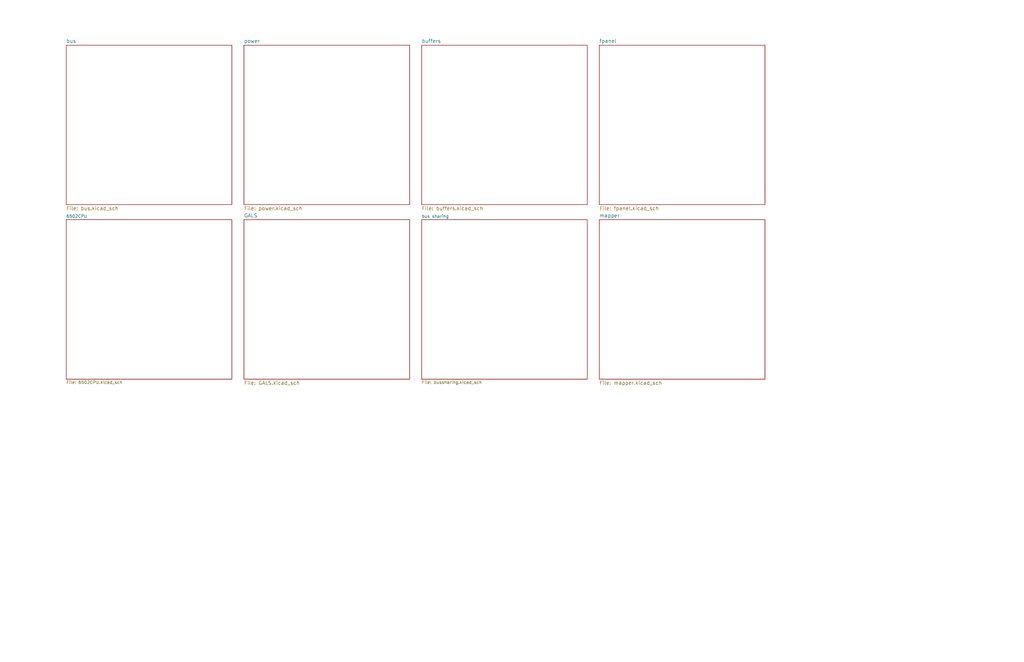
<source format=kicad_sch>
(kicad_sch (version 20211123) (generator eeschema)

  (uuid 18cdbc1e-88fb-4fa4-ad3d-e978304be174)

  (paper "B")

  (title_block
    (title "Duodyne 6502 CPU board")
    (date "2025-04-12")
    (rev "V0.8")
  )

  (lib_symbols
  )


  (sheet (at 102.87 92.71) (size 69.85 67.31) (fields_autoplaced)
    (stroke (width 0) (type solid) (color 0 0 0 0))
    (fill (color 0 0 0 0.0000))
    (uuid 00000000-0000-0000-0000-0000640c66b9)
    (property "Sheet name" "GALS" (id 0) (at 102.87 91.8714 0)
      (effects (font (size 1.524 1.524)) (justify left bottom))
    )
    (property "Sheet file" "GALS.kicad_sch" (id 1) (at 102.87 160.7062 0)
      (effects (font (size 1.524 1.524)) (justify left top))
    )
  )

  (sheet (at 252.73 92.71) (size 69.85 67.31) (fields_autoplaced)
    (stroke (width 0) (type solid) (color 0 0 0 0))
    (fill (color 0 0 0 0.0000))
    (uuid 00000000-0000-0000-0000-000064122c47)
    (property "Sheet name" "mapper" (id 0) (at 252.73 91.8714 0)
      (effects (font (size 1.524 1.524)) (justify left bottom))
    )
    (property "Sheet file" "mapper.kicad_sch" (id 1) (at 252.73 160.7062 0)
      (effects (font (size 1.524 1.524)) (justify left top))
    )
  )

  (sheet (at 252.73 19.05) (size 69.85 67.31) (fields_autoplaced)
    (stroke (width 0) (type solid) (color 0 0 0 0))
    (fill (color 0 0 0 0.0000))
    (uuid 00000000-0000-0000-0000-000064137070)
    (property "Sheet name" "fpanel" (id 0) (at 252.73 18.2114 0)
      (effects (font (size 1.524 1.524)) (justify left bottom))
    )
    (property "Sheet file" "fpanel.kicad_sch" (id 1) (at 252.73 87.0462 0)
      (effects (font (size 1.524 1.524)) (justify left top))
    )
  )

  (sheet (at 27.94 19.05) (size 69.85 67.31) (fields_autoplaced)
    (stroke (width 0) (type solid) (color 0 0 0 0))
    (fill (color 0 0 0 0.0000))
    (uuid 00000000-0000-0000-0000-00006416c532)
    (property "Sheet name" "bus" (id 0) (at 27.94 18.2114 0)
      (effects (font (size 1.524 1.524)) (justify left bottom))
    )
    (property "Sheet file" "bus.kicad_sch" (id 1) (at 27.94 87.0462 0)
      (effects (font (size 1.524 1.524)) (justify left top))
    )
  )

  (sheet (at 102.87 19.05) (size 69.85 67.31) (fields_autoplaced)
    (stroke (width 0) (type solid) (color 0 0 0 0))
    (fill (color 0 0 0 0.0000))
    (uuid 00000000-0000-0000-0000-0000643138dc)
    (property "Sheet name" "power" (id 0) (at 102.87 18.2114 0)
      (effects (font (size 1.524 1.524)) (justify left bottom))
    )
    (property "Sheet file" "power.kicad_sch" (id 1) (at 102.87 87.0462 0)
      (effects (font (size 1.524 1.524)) (justify left top))
    )
  )

  (sheet (at 177.8 19.05) (size 69.85 67.31) (fields_autoplaced)
    (stroke (width 0) (type solid) (color 0 0 0 0))
    (fill (color 0 0 0 0.0000))
    (uuid 00000000-0000-0000-0000-00006439f52f)
    (property "Sheet name" "buffers" (id 0) (at 177.8 18.2114 0)
      (effects (font (size 1.524 1.524)) (justify left bottom))
    )
    (property "Sheet file" "buffers.kicad_sch" (id 1) (at 177.8 87.0462 0)
      (effects (font (size 1.524 1.524)) (justify left top))
    )
  )

  (sheet (at 27.94 92.71) (size 69.85 67.31) (fields_autoplaced)
    (stroke (width 0.1524) (type solid) (color 0 0 0 0))
    (fill (color 0 0 0 0.0000))
    (uuid ba44e7a1-24af-4410-9b7f-d27d944b565f)
    (property "Sheet name" "6502CPU" (id 0) (at 27.94 91.9984 0)
      (effects (font (size 1.27 1.27)) (justify left bottom))
    )
    (property "Sheet file" "6502CPU.kicad_sch" (id 1) (at 27.94 160.6046 0)
      (effects (font (size 1.27 1.27)) (justify left top))
    )
  )

  (sheet (at 177.8 92.71) (size 69.85 67.31) (fields_autoplaced)
    (stroke (width 0.1524) (type solid) (color 0 0 0 0))
    (fill (color 0 0 0 0.0000))
    (uuid ff72463c-5183-4732-aac6-18e75b0f54a5)
    (property "Sheet name" "bus sharing" (id 0) (at 177.8 91.9984 0)
      (effects (font (size 1.27 1.27)) (justify left bottom))
    )
    (property "Sheet file" "bussharing.kicad_sch" (id 1) (at 177.8 160.6046 0)
      (effects (font (size 1.27 1.27)) (justify left top))
    )
  )

  (sheet_instances
    (path "/" (page "1"))
    (path "/00000000-0000-0000-0000-00006416c532" (page "2"))
    (path "/00000000-0000-0000-0000-0000643138dc" (page "4"))
    (path "/00000000-0000-0000-0000-0000640c66b9" (page "5"))
    (path "/00000000-0000-0000-0000-00006439f52f" (page "6"))
    (path "/00000000-0000-0000-0000-000064137070" (page "8"))
    (path "/ba44e7a1-24af-4410-9b7f-d27d944b565f" (page "9"))
    (path "/ff72463c-5183-4732-aac6-18e75b0f54a5" (page "9"))
    (path "/00000000-0000-0000-0000-000064122c47" (page "11"))
  )

  (symbol_instances
    (path "/00000000-0000-0000-0000-0000643138dc/00000000-0000-0000-0000-0000677ee733"
      (reference "#FLG01") (unit 1) (value "PWR_FLAG") (footprint "")
    )
    (path "/00000000-0000-0000-0000-0000643138dc/00000000-0000-0000-0000-0000677eae37"
      (reference "#FLG02") (unit 1) (value "PWR_FLAG") (footprint "")
    )
    (path "/00000000-0000-0000-0000-0000643138dc/00000000-0000-0000-0000-000061bf5d9e"
      (reference "#FLG06") (unit 1) (value "PWR_FLAG") (footprint "")
    )
    (path "/00000000-0000-0000-0000-0000643138dc/00000000-0000-0000-0000-000061c30931"
      (reference "#FLG07") (unit 1) (value "PWR_FLAG") (footprint "")
    )
    (path "/00000000-0000-0000-0000-000064122c47/00000000-0000-0000-0000-000064147ae5"
      (reference "#PWR01") (unit 1) (value "VCC") (footprint "")
    )
    (path "/ba44e7a1-24af-4410-9b7f-d27d944b565f/91342838-3b75-4941-9e57-7db0dec12e62"
      (reference "#PWR02") (unit 1) (value "VCC") (footprint "")
    )
    (path "/00000000-0000-0000-0000-000064122c47/00000000-0000-0000-0000-000064147aeb"
      (reference "#PWR03") (unit 1) (value "GND") (footprint "")
    )
    (path "/00000000-0000-0000-0000-0000643138dc/0b05c438-0a18-42a3-80d9-a010ec50bc5f"
      (reference "#PWR08") (unit 1) (value "VCC") (footprint "")
    )
    (path "/00000000-0000-0000-0000-0000643138dc/00000000-0000-0000-0000-000064060f28"
      (reference "#PWR014") (unit 1) (value "VCC") (footprint "")
    )
    (path "/00000000-0000-0000-0000-000064122c47/377aafc5-e54a-4376-b8ba-9bf6b95e9aef"
      (reference "#PWR018") (unit 1) (value "VCC") (footprint "")
    )
    (path "/00000000-0000-0000-0000-000064122c47/97596c84-27ce-4048-a699-e4872fc03342"
      (reference "#PWR020") (unit 1) (value "GND") (footprint "")
    )
    (path "/00000000-0000-0000-0000-000064122c47/199b0506-d0a3-4fbe-aa49-c65d328dcd66"
      (reference "#PWR022") (unit 1) (value "VCC") (footprint "")
    )
    (path "/00000000-0000-0000-0000-000064122c47/6c391d53-edeb-4e58-83b2-b0886de13f87"
      (reference "#PWR023") (unit 1) (value "VCC") (footprint "")
    )
    (path "/00000000-0000-0000-0000-0000643138dc/00000000-0000-0000-0000-00006404b16d"
      (reference "#PWR037") (unit 1) (value "GND") (footprint "")
    )
    (path "/00000000-0000-0000-0000-0000643138dc/00000000-0000-0000-0000-0000678b4d3c"
      (reference "#PWR040") (unit 1) (value "GND") (footprint "")
    )
    (path "/00000000-0000-0000-0000-0000643138dc/00000000-0000-0000-0000-00006078f299"
      (reference "#PWR075") (unit 1) (value "VCC") (footprint "")
    )
    (path "/00000000-0000-0000-0000-0000643138dc/00000000-0000-0000-0000-00005dc72f1a"
      (reference "#PWR077") (unit 1) (value "GND") (footprint "")
    )
    (path "/ba44e7a1-24af-4410-9b7f-d27d944b565f/646b01d5-f09c-4929-aa16-c2e857cb951a"
      (reference "#PWR0101") (unit 1) (value "VCC") (footprint "")
    )
    (path "/ba44e7a1-24af-4410-9b7f-d27d944b565f/107af932-3391-43a8-85de-0919ee7cca99"
      (reference "#PWR0102") (unit 1) (value "GND") (footprint "")
    )
    (path "/00000000-0000-0000-0000-000064122c47/8f671c3b-0292-4e30-ab70-3524f770b66f"
      (reference "#PWR0103") (unit 1) (value "VCC") (footprint "")
    )
    (path "/ff72463c-5183-4732-aac6-18e75b0f54a5/021a36b7-9b9d-44b8-9f8e-190006634ff6"
      (reference "#PWR0104") (unit 1) (value "GND") (footprint "")
    )
    (path "/ff72463c-5183-4732-aac6-18e75b0f54a5/72aba676-917b-4589-a106-e581b32a66a1"
      (reference "#PWR0105") (unit 1) (value "GND") (footprint "")
    )
    (path "/ff72463c-5183-4732-aac6-18e75b0f54a5/c037e2c3-6490-41cd-8767-79bef062cff4"
      (reference "#PWR0106") (unit 1) (value "VCC") (footprint "")
    )
    (path "/ff72463c-5183-4732-aac6-18e75b0f54a5/b8719e59-7a0a-4ba6-991f-41f58e94fcb1"
      (reference "#PWR0107") (unit 1) (value "GND") (footprint "")
    )
    (path "/ff72463c-5183-4732-aac6-18e75b0f54a5/c8b96d55-a0cf-4268-884f-06641b006db4"
      (reference "#PWR0108") (unit 1) (value "GND") (footprint "")
    )
    (path "/ff72463c-5183-4732-aac6-18e75b0f54a5/ed69963f-027d-4792-9372-6a6ffaf51f59"
      (reference "#PWR0109") (unit 1) (value "VCC") (footprint "")
    )
    (path "/00000000-0000-0000-0000-0000640c66b9/a83aa0f7-6e8b-44a1-9975-f9f47b38f205"
      (reference "#PWR0110") (unit 1) (value "GND") (footprint "")
    )
    (path "/ff72463c-5183-4732-aac6-18e75b0f54a5/af7728e2-77a6-42e1-b83b-74b73a641017"
      (reference "#PWR0111") (unit 1) (value "VCC") (footprint "")
    )
    (path "/ba44e7a1-24af-4410-9b7f-d27d944b565f/4f5507b5-9af5-4c61-a290-404a26cf6d48"
      (reference "#PWR0112") (unit 1) (value "VCC") (footprint "")
    )
    (path "/00000000-0000-0000-0000-0000643138dc/00000000-0000-0000-0000-000074740b2a"
      (reference "#PWR0113") (unit 1) (value "VCC") (footprint "")
    )
    (path "/00000000-0000-0000-0000-0000643138dc/00000000-0000-0000-0000-000074741222"
      (reference "#PWR0114") (unit 1) (value "GND") (footprint "")
    )
    (path "/00000000-0000-0000-0000-0000643138dc/00000000-0000-0000-0000-0000748148d0"
      (reference "#PWR0115") (unit 1) (value "GND") (footprint "")
    )
    (path "/00000000-0000-0000-0000-0000643138dc/00000000-0000-0000-0000-000074815b64"
      (reference "#PWR0116") (unit 1) (value "VCC") (footprint "")
    )
    (path "/00000000-0000-0000-0000-0000643138dc/00000000-0000-0000-0000-00006423b698"
      (reference "#PWR0117") (unit 1) (value "GND") (footprint "")
    )
    (path "/ff72463c-5183-4732-aac6-18e75b0f54a5/3988311e-1352-4128-8383-d63210834c7f"
      (reference "#PWR0118") (unit 1) (value "VCC") (footprint "")
    )
    (path "/00000000-0000-0000-0000-0000640c66b9/32b5f58b-faf8-41d7-9123-4ec74fcf16f9"
      (reference "#PWR0119") (unit 1) (value "VCC") (footprint "")
    )
    (path "/00000000-0000-0000-0000-000064122c47/c9b02f07-f056-45f5-b9fc-b5086828907f"
      (reference "#PWR0120") (unit 1) (value "GND") (footprint "")
    )
    (path "/00000000-0000-0000-0000-000064122c47/61e4a085-da1b-491b-9583-57317a4e8349"
      (reference "#PWR0121") (unit 1) (value "VCC") (footprint "")
    )
    (path "/00000000-0000-0000-0000-00006439f52f/8c03795a-22e8-47e1-bc5f-643f085f7c4d"
      (reference "#PWR0122") (unit 1) (value "GND") (footprint "")
    )
    (path "/00000000-0000-0000-0000-000064122c47/54f1f147-ffab-4115-bca5-ea29e32b2002"
      (reference "#PWR0123") (unit 1) (value "VCC") (footprint "")
    )
    (path "/00000000-0000-0000-0000-000064122c47/3ecf1e0a-a0d8-45ae-bd24-2442111969a1"
      (reference "#PWR0124") (unit 1) (value "GND") (footprint "")
    )
    (path "/00000000-0000-0000-0000-00006439f52f/e50cf33d-e0e1-46ee-83a8-d61a622d486b"
      (reference "#PWR0125") (unit 1) (value "VCC") (footprint "")
    )
    (path "/00000000-0000-0000-0000-00006439f52f/6adef5d3-7f9e-4968-bfc6-4fa1a838c830"
      (reference "#PWR0126") (unit 1) (value "GND") (footprint "")
    )
    (path "/00000000-0000-0000-0000-00006439f52f/ee97e33d-20f9-423a-8cb7-34e2e4eb3f05"
      (reference "#PWR0127") (unit 1) (value "GND") (footprint "")
    )
    (path "/00000000-0000-0000-0000-00006439f52f/30e92551-deac-4268-9588-3943223f34b3"
      (reference "#PWR0128") (unit 1) (value "VCC") (footprint "")
    )
    (path "/00000000-0000-0000-0000-00006439f52f/9c9b87db-5b91-455b-b8f5-590b5cafaff4"
      (reference "#PWR0129") (unit 1) (value "VCC") (footprint "")
    )
    (path "/00000000-0000-0000-0000-00006439f52f/ea19a89f-283f-4be7-9101-5cc369b0f5f7"
      (reference "#PWR0130") (unit 1) (value "GND") (footprint "")
    )
    (path "/00000000-0000-0000-0000-00006439f52f/fa4d699e-2f89-4a08-9eb7-de4de0151153"
      (reference "#PWR0131") (unit 1) (value "VCC") (footprint "")
    )
    (path "/00000000-0000-0000-0000-00006439f52f/1d441c73-07a2-44b9-b15d-382b055db6e0"
      (reference "#PWR0132") (unit 1) (value "GND") (footprint "")
    )
    (path "/00000000-0000-0000-0000-00006439f52f/91e635c1-3002-4732-bbea-36fc1058cc78"
      (reference "#PWR0133") (unit 1) (value "VCC") (footprint "")
    )
    (path "/00000000-0000-0000-0000-00006439f52f/5dde0f64-72f3-45b9-9192-118c640fe386"
      (reference "#PWR0134") (unit 1) (value "VCC") (footprint "")
    )
    (path "/00000000-0000-0000-0000-00006439f52f/65a14602-5bd5-4b39-b422-b109c4c828b2"
      (reference "#PWR0135") (unit 1) (value "VCC") (footprint "")
    )
    (path "/ba44e7a1-24af-4410-9b7f-d27d944b565f/306cbe8e-9a9e-4019-ab11-0bb0b408f90a"
      (reference "#PWR0136") (unit 1) (value "VCC") (footprint "")
    )
    (path "/00000000-0000-0000-0000-000064122c47/0f4648cd-f13d-47d0-bac5-1a5ce56b2519"
      (reference "#PWR0137") (unit 1) (value "GND") (footprint "")
    )
    (path "/00000000-0000-0000-0000-000064122c47/6bc9be38-c02e-4694-b80d-97d18bbd9b28"
      (reference "#PWR0138") (unit 1) (value "VCC") (footprint "")
    )
    (path "/00000000-0000-0000-0000-000064122c47/f4332e00-8f1e-4b5f-9274-6cbbf7dc8f6c"
      (reference "#PWR0139") (unit 1) (value "GND") (footprint "")
    )
    (path "/00000000-0000-0000-0000-00006439f52f/cc0d0eed-0ecc-45e4-afc1-67c0f558c050"
      (reference "#PWR0140") (unit 1) (value "GND") (footprint "")
    )
    (path "/00000000-0000-0000-0000-000064137070/00000000-0000-0000-0000-00006417294b"
      (reference "#PWR0141") (unit 1) (value "GND") (footprint "")
    )
    (path "/00000000-0000-0000-0000-000064137070/00000000-0000-0000-0000-000064172957"
      (reference "#PWR0142") (unit 1) (value "VCC") (footprint "")
    )
    (path "/00000000-0000-0000-0000-000064137070/00000000-0000-0000-0000-000064172992"
      (reference "#PWR0143") (unit 1) (value "VCC") (footprint "")
    )
    (path "/00000000-0000-0000-0000-000064137070/00000000-0000-0000-0000-0000641729c1"
      (reference "#PWR0144") (unit 1) (value "GND") (footprint "")
    )
    (path "/00000000-0000-0000-0000-000064137070/00000000-0000-0000-0000-0000641729c7"
      (reference "#PWR0145") (unit 1) (value "VCC") (footprint "")
    )
    (path "/00000000-0000-0000-0000-00006439f52f/3b97d0b0-0cf6-41c0-99a6-8b6929c4e91a"
      (reference "#PWR0146") (unit 1) (value "VCC") (footprint "")
    )
    (path "/00000000-0000-0000-0000-000064122c47/ceca4ddd-37ab-4977-958a-af9f64295623"
      (reference "#PWR0147") (unit 1) (value "VCC") (footprint "")
    )
    (path "/00000000-0000-0000-0000-000064122c47/8d54a8e8-0c11-4e77-81e7-b67e6db4ddba"
      (reference "#PWR0148") (unit 1) (value "VCC") (footprint "")
    )
    (path "/00000000-0000-0000-0000-000064122c47/ee154416-1a20-43c6-bbea-2aac8ddaee24"
      (reference "#PWR0149") (unit 1) (value "GND") (footprint "")
    )
    (path "/00000000-0000-0000-0000-000064122c47/c79fef94-0222-4d75-8130-18c63f2f43dc"
      (reference "#PWR0150") (unit 1) (value "GND") (footprint "")
    )
    (path "/00000000-0000-0000-0000-000064122c47/675bddb5-26d2-40ff-85f9-25df473233b3"
      (reference "#PWR0151") (unit 1) (value "VCC") (footprint "")
    )
    (path "/ba44e7a1-24af-4410-9b7f-d27d944b565f/3eeb2202-4672-4527-b159-d5e99089f268"
      (reference "#PWR0152") (unit 1) (value "VCC") (footprint "")
    )
    (path "/ba44e7a1-24af-4410-9b7f-d27d944b565f/eb1fd595-c228-41ba-986d-c6a2281ef12f"
      (reference "#PWR0153") (unit 1) (value "VCC") (footprint "")
    )
    (path "/ba44e7a1-24af-4410-9b7f-d27d944b565f/7abdab3b-34a5-470a-a975-59685a1cd065"
      (reference "#PWR0154") (unit 1) (value "GND") (footprint "")
    )
    (path "/ba44e7a1-24af-4410-9b7f-d27d944b565f/03730084-5be7-49cb-89e7-b45fb62cce63"
      (reference "#PWR0155") (unit 1) (value "GND") (footprint "")
    )
    (path "/ba44e7a1-24af-4410-9b7f-d27d944b565f/b0ca1975-184d-43b1-b23f-b67700594863"
      (reference "#PWR0156") (unit 1) (value "VCC") (footprint "")
    )
    (path "/ba44e7a1-24af-4410-9b7f-d27d944b565f/ceb44448-d125-41d1-b237-921a25268215"
      (reference "#PWR0157") (unit 1) (value "GND") (footprint "")
    )
    (path "/ba44e7a1-24af-4410-9b7f-d27d944b565f/f709a401-610e-4a04-8b4a-46ead637c1d8"
      (reference "#PWR0158") (unit 1) (value "GND") (footprint "")
    )
    (path "/ba44e7a1-24af-4410-9b7f-d27d944b565f/42f2b020-44a1-47f3-b086-dad55ca8160e"
      (reference "#PWR0159") (unit 1) (value "VCC") (footprint "")
    )
    (path "/00000000-0000-0000-0000-0000643138dc/00000000-0000-0000-0000-000066ef3cb5"
      (reference "C2") (unit 1) (value "0.1u") (footprint "Capacitor_THT:C_Disc_D5.0mm_W2.5mm_P5.00mm")
    )
    (path "/00000000-0000-0000-0000-0000643138dc/00000000-0000-0000-0000-000066ef3cb6"
      (reference "C3") (unit 1) (value "0.1u") (footprint "Capacitor_THT:C_Disc_D5.0mm_W2.5mm_P5.00mm")
    )
    (path "/00000000-0000-0000-0000-0000643138dc/00000000-0000-0000-0000-000066ef3cb7"
      (reference "C4") (unit 1) (value "0.1u") (footprint "Capacitor_THT:C_Disc_D5.0mm_W2.5mm_P5.00mm")
    )
    (path "/00000000-0000-0000-0000-0000643138dc/00000000-0000-0000-0000-000066ef3cb8"
      (reference "C5") (unit 1) (value "0.1u") (footprint "Capacitor_THT:C_Disc_D5.0mm_W2.5mm_P5.00mm")
    )
    (path "/00000000-0000-0000-0000-0000643138dc/00000000-0000-0000-0000-000066ef3cb9"
      (reference "C6") (unit 1) (value "0.1u") (footprint "Capacitor_THT:C_Disc_D5.0mm_W2.5mm_P5.00mm")
    )
    (path "/00000000-0000-0000-0000-0000643138dc/00000000-0000-0000-0000-000066ef3cb0"
      (reference "C8") (unit 1) (value "0.1u") (footprint "Capacitor_THT:C_Disc_D5.0mm_W2.5mm_P5.00mm")
    )
    (path "/00000000-0000-0000-0000-0000643138dc/00000000-0000-0000-0000-0000604aaf75"
      (reference "C9") (unit 1) (value "0.1u") (footprint "Capacitor_THT:C_Disc_D5.0mm_W2.5mm_P5.00mm")
    )
    (path "/00000000-0000-0000-0000-0000643138dc/00000000-0000-0000-0000-0000604aaf7b"
      (reference "C10") (unit 1) (value "0.1u") (footprint "Capacitor_THT:C_Disc_D5.0mm_W2.5mm_P5.00mm")
    )
    (path "/00000000-0000-0000-0000-0000643138dc/00000000-0000-0000-0000-0000604aaf81"
      (reference "C11") (unit 1) (value "0.1u") (footprint "Capacitor_THT:C_Disc_D5.0mm_W2.5mm_P5.00mm")
    )
    (path "/00000000-0000-0000-0000-0000643138dc/00000000-0000-0000-0000-0000604aaf87"
      (reference "C12") (unit 1) (value "0.1u") (footprint "Capacitor_THT:C_Disc_D5.0mm_W2.5mm_P5.00mm")
    )
    (path "/00000000-0000-0000-0000-0000643138dc/00000000-0000-0000-0000-0000619d49ce"
      (reference "C13") (unit 1) (value "0.1u") (footprint "Capacitor_THT:C_Disc_D5.0mm_W2.5mm_P5.00mm")
    )
    (path "/00000000-0000-0000-0000-0000643138dc/00000000-0000-0000-0000-0000619d4c6a"
      (reference "C14") (unit 1) (value "0.1u") (footprint "Capacitor_THT:C_Disc_D5.0mm_W2.5mm_P5.00mm")
    )
    (path "/00000000-0000-0000-0000-0000643138dc/00000000-0000-0000-0000-000063a0f723"
      (reference "C15") (unit 1) (value "0.1u") (footprint "Capacitor_THT:C_Disc_D5.0mm_W2.5mm_P5.00mm")
    )
    (path "/00000000-0000-0000-0000-0000643138dc/00000000-0000-0000-0000-0000621873dc"
      (reference "C16") (unit 1) (value "0.1u") (footprint "Capacitor_THT:C_Disc_D5.0mm_W2.5mm_P5.00mm")
    )
    (path "/00000000-0000-0000-0000-0000643138dc/00000000-0000-0000-0000-0000603a8e72"
      (reference "C17") (unit 1) (value "0.1u") (footprint "Capacitor_THT:C_Disc_D5.0mm_W2.5mm_P5.00mm")
    )
    (path "/00000000-0000-0000-0000-0000643138dc/00000000-0000-0000-0000-0000603a8ed5"
      (reference "C18") (unit 1) (value "0.1u") (footprint "Capacitor_THT:C_Disc_D5.0mm_W2.5mm_P5.00mm")
    )
    (path "/00000000-0000-0000-0000-0000643138dc/00000000-0000-0000-0000-0000603a8f23"
      (reference "C19") (unit 1) (value "0.1u") (footprint "Capacitor_THT:C_Disc_D5.0mm_W2.5mm_P5.00mm")
    )
    (path "/00000000-0000-0000-0000-0000643138dc/00000000-0000-0000-0000-0000603a8f29"
      (reference "C20") (unit 1) (value "0.1u") (footprint "Capacitor_THT:C_Disc_D5.0mm_W2.5mm_P5.00mm")
    )
    (path "/00000000-0000-0000-0000-0000643138dc/00000000-0000-0000-0000-0000603a8fa5"
      (reference "C21") (unit 1) (value "0.1u") (footprint "Capacitor_THT:C_Disc_D5.0mm_W2.5mm_P5.00mm")
    )
    (path "/00000000-0000-0000-0000-0000643138dc/00000000-0000-0000-0000-0000603a8fab"
      (reference "C22") (unit 1) (value "0.1u") (footprint "Capacitor_THT:C_Disc_D5.0mm_W2.5mm_P5.00mm")
    )
    (path "/00000000-0000-0000-0000-0000643138dc/00000000-0000-0000-0000-00006039a89e"
      (reference "C23") (unit 1) (value "0.1u") (footprint "Capacitor_THT:C_Disc_D5.0mm_W2.5mm_P5.00mm")
    )
    (path "/00000000-0000-0000-0000-0000643138dc/00000000-0000-0000-0000-0000604fab57"
      (reference "C24") (unit 1) (value "0.1u") (footprint "Capacitor_THT:C_Disc_D5.0mm_W2.5mm_P5.00mm")
    )
    (path "/00000000-0000-0000-0000-0000643138dc/00000000-0000-0000-0000-00006039bd2a"
      (reference "C25") (unit 1) (value "10u") (footprint "Capacitor_THT:CP_Radial_D5.0mm_P2.50mm")
    )
    (path "/00000000-0000-0000-0000-0000643138dc/00000000-0000-0000-0000-000066ef3cb2"
      (reference "C26") (unit 1) (value "10u") (footprint "Capacitor_THT:CP_Radial_D5.0mm_P2.50mm")
    )
    (path "/00000000-0000-0000-0000-0000643138dc/00000000-0000-0000-0000-000066ef3cb1"
      (reference "C27") (unit 1) (value "10u") (footprint "Capacitor_THT:CP_Radial_D5.0mm_P2.50mm")
    )
    (path "/00000000-0000-0000-0000-0000643138dc/00000000-0000-0000-0000-0000603a3d80"
      (reference "C28") (unit 1) (value "10u") (footprint "Capacitor_THT:CP_Radial_D5.0mm_P2.50mm")
    )
    (path "/00000000-0000-0000-0000-0000643138dc/00000000-0000-0000-0000-00006046282a"
      (reference "C29") (unit 1) (value "22u") (footprint "Capacitor_THT:CP_Radial_D5.0mm_P2.50mm")
    )
    (path "/00000000-0000-0000-0000-0000643138dc/00000000-0000-0000-0000-000064409848"
      (reference "C30") (unit 1) (value "0.1u") (footprint "Capacitor_THT:C_Disc_D5.0mm_W2.5mm_P5.00mm")
    )
    (path "/00000000-0000-0000-0000-0000643138dc/00000000-0000-0000-0000-00006440984e"
      (reference "C31") (unit 1) (value "0.1u") (footprint "Capacitor_THT:C_Disc_D5.0mm_W2.5mm_P5.00mm")
    )
    (path "/00000000-0000-0000-0000-0000643138dc/00000000-0000-0000-0000-000064409854"
      (reference "C32") (unit 1) (value "0.1u") (footprint "Capacitor_THT:C_Disc_D5.0mm_W2.5mm_P5.00mm")
    )
    (path "/00000000-0000-0000-0000-0000643138dc/00000000-0000-0000-0000-00006440985a"
      (reference "C33") (unit 1) (value "0.1u") (footprint "Capacitor_THT:C_Disc_D5.0mm_W2.5mm_P5.00mm")
    )
    (path "/00000000-0000-0000-0000-0000643138dc/00000000-0000-0000-0000-000064409860"
      (reference "C34") (unit 1) (value "0.1u") (footprint "Capacitor_THT:C_Disc_D5.0mm_W2.5mm_P5.00mm")
    )
    (path "/00000000-0000-0000-0000-0000643138dc/00000000-0000-0000-0000-00006436dac6"
      (reference "C35") (unit 1) (value "0.1u") (footprint "Capacitor_THT:C_Disc_D5.0mm_W2.5mm_P5.00mm")
    )
    (path "/00000000-0000-0000-0000-0000643138dc/00000000-0000-0000-0000-00006067ab82"
      (reference "C36") (unit 1) (value "0.1u") (footprint "Capacitor_THT:C_Disc_D5.0mm_W2.5mm_P5.00mm")
    )
    (path "/00000000-0000-0000-0000-0000643138dc/00000000-0000-0000-0000-00006067ab88"
      (reference "C37") (unit 1) (value "0.1u") (footprint "Capacitor_THT:C_Disc_D5.0mm_W2.5mm_P5.00mm")
    )
    (path "/00000000-0000-0000-0000-0000643138dc/00000000-0000-0000-0000-00006067ab8e"
      (reference "C38") (unit 1) (value "0.1u") (footprint "Capacitor_THT:C_Disc_D5.0mm_W2.5mm_P5.00mm")
    )
    (path "/00000000-0000-0000-0000-0000643138dc/00000000-0000-0000-0000-000064376ff9"
      (reference "C39") (unit 1) (value "0.1u") (footprint "Capacitor_THT:C_Disc_D5.0mm_W2.5mm_P5.00mm")
    )
    (path "/00000000-0000-0000-0000-0000643138dc/1852e14f-4b7c-4953-8076-6d8ca6e51eb3"
      (reference "C40") (unit 1) (value "0.1u") (footprint "Capacitor_THT:C_Disc_D5.0mm_W2.5mm_P5.00mm")
    )
    (path "/00000000-0000-0000-0000-0000643138dc/00000000-0000-0000-0000-00005ec2d28f"
      (reference "C46") (unit 1) (value "47uF") (footprint "Capacitor_THT:CP_Radial_D5.0mm_P2.50mm")
    )
    (path "/ba44e7a1-24af-4410-9b7f-d27d944b565f/7f6b5786-d184-4a0f-acfa-2ffc47c04498"
      (reference "D1") (unit 1) (value "LED") (footprint "LED_THT:LED_D3.0mm_Horizontal_O3.81mm_Z2.0mm")
    )
    (path "/ba44e7a1-24af-4410-9b7f-d27d944b565f/f3f487d6-fbae-44ff-b1a7-bc601ac8342b"
      (reference "D2") (unit 1) (value "LED") (footprint "LED_THT:LED_D3.0mm_Horizontal_O3.81mm_Z2.0mm")
    )
    (path "/ba44e7a1-24af-4410-9b7f-d27d944b565f/a490af47-b6de-4a43-9804-e7c3a74d6614"
      (reference "D3") (unit 1) (value "LED") (footprint "LED_THT:LED_D3.0mm_Horizontal_O3.81mm_Z2.0mm")
    )
    (path "/ff72463c-5183-4732-aac6-18e75b0f54a5/5755ef8b-e2f8-449d-8c67-f664738a44cf"
      (reference "D4") (unit 1) (value "6502") (footprint "LED_THT:LED_D3.0mm_Horizontal_O3.81mm_Z2.0mm")
    )
    (path "/ba44e7a1-24af-4410-9b7f-d27d944b565f/13d63486-d83a-407c-ba3e-6d2aed3d1946"
      (reference "D5") (unit 1) (value "LED") (footprint "LED_THT:LED_D3.0mm_Horizontal_O3.81mm_Z2.0mm")
    )
    (path "/ba44e7a1-24af-4410-9b7f-d27d944b565f/e5d6193a-4b48-47f3-9c4e-07f266bdf5bc"
      (reference "D6") (unit 1) (value "1N4148") (footprint "Diode_THT:D_DO-35_SOD27_P7.62mm_Horizontal")
    )
    (path "/00000000-0000-0000-0000-0000643138dc/00000000-0000-0000-0000-000069da04ba"
      (reference "D7") (unit 1) (value "LED") (footprint "LED_THT:LED_D3.0mm_Horizontal_O3.81mm_Z2.0mm")
    )
    (path "/ba44e7a1-24af-4410-9b7f-d27d944b565f/ff24c9f6-bcfb-4c65-930a-f2287e2c15e6"
      (reference "D8") (unit 1) (value "LED") (footprint "LED_THT:LED_D3.0mm_Horizontal_O3.81mm_Z2.0mm")
    )
    (path "/00000000-0000-0000-0000-000064122c47/17929d5a-0e2b-4d15-a417-3870dad7c514"
      (reference "D9") (unit 1) (value "LED") (footprint "LED_THT:LED_D3.0mm_Horizontal_O3.81mm_Z2.0mm")
    )
    (path "/00000000-0000-0000-0000-0000643138dc/00000000-0000-0000-0000-0000640ace56"
      (reference "H1") (unit 1) (value "MountingHole") (footprint "MountingHole:MountingHole_3.2mm_M3_Pad")
    )
    (path "/00000000-0000-0000-0000-0000643138dc/00000000-0000-0000-0000-000063eab760"
      (reference "H2") (unit 1) (value "MountingHole") (footprint "MountingHole:MountingHole_3.2mm_M3_Pad")
    )
    (path "/ff72463c-5183-4732-aac6-18e75b0f54a5/07cf95ae-0d39-4777-86e1-52ddd6ffdada"
      (reference "J1") (unit 1) (value "IO Address Select") (footprint "Connector_PinHeader_2.54mm:PinHeader_2x08_P2.54mm_Vertical")
    )
    (path "/ff72463c-5183-4732-aac6-18e75b0f54a5/ccdb0986-66fd-45c0-b020-9f08c2cfb945"
      (reference "J2") (unit 1) (value "6809 RESET") (footprint "Connector_PinHeader_2.54mm:PinHeader_1x03_P2.54mm_Horizontal")
    )
    (path "/ff72463c-5183-4732-aac6-18e75b0f54a5/59e4b649-c943-4500-8e90-5772679f08ed"
      (reference "J3") (unit 1) (value "6809 ONLY") (footprint "Connector_PinHeader_2.54mm:PinHeader_1x03_P2.54mm_Horizontal")
    )
    (path "/ba44e7a1-24af-4410-9b7f-d27d944b565f/30c2f79b-460c-4697-a0dc-5e0b78c977f4"
      (reference "J4") (unit 1) (value "RES SEL") (footprint "Connector_PinHeader_2.54mm:PinHeader_1x02_P2.54mm_Vertical")
    )
    (path "/00000000-0000-0000-0000-00006439f52f/5ada928f-575d-4043-b021-0215e5a96b1c"
      (reference "J5") (unit 1) (value "NMI Selection") (footprint "Connector_PinHeader_2.54mm:PinHeader_2x09_P2.54mm_Vertical")
    )
    (path "/00000000-0000-0000-0000-00006439f52f/12d16fd4-a73f-472e-bf16-4c512ee9f758"
      (reference "J6") (unit 1) (value "IRQ Selection") (footprint "Connector_PinHeader_2.54mm:PinHeader_2x09_P2.54mm_Vertical")
    )
    (path "/00000000-0000-0000-0000-000064122c47/77578e7c-19aa-4cc0-9ec1-ffea4866f738"
      (reference "J7") (unit 1) (value "I2C IRQ Selection") (footprint "Connector_PinHeader_2.54mm:PinHeader_2x09_P2.54mm_Vertical")
    )
    (path "/00000000-0000-0000-0000-000064122c47/1e186278-ab59-4e96-8e8c-f91484277eb8"
      (reference "J8") (unit 1) (value "UART IRQ Selection") (footprint "Connector_PinHeader_2.54mm:PinHeader_2x09_P2.54mm_Vertical")
    )
    (path "/00000000-0000-0000-0000-000064137070/00000000-0000-0000-0000-000064172976"
      (reference "J11") (unit 1) (value "FPANEL") (footprint "Connector_IDC:IDC-Header_2x20_P2.54mm_Horizontal")
    )
    (path "/00000000-0000-0000-0000-00006439f52f/80508298-96b3-4ec3-8220-d48ebf9a9228"
      (reference "JP1") (unit 1) (value "GENERATE CLOCK") (footprint "Connector_PinHeader_2.54mm:PinHeader_1x02_P2.54mm_Vertical")
    )
    (path "/00000000-0000-0000-0000-00006439f52f/9d569813-3fec-4ca5-ac59-fc87e148b4ef"
      (reference "JP3") (unit 1) (value "GENERATE RESET") (footprint "Connector_PinHeader_2.54mm:PinHeader_1x02_P2.54mm_Horizontal")
    )
    (path "/00000000-0000-0000-0000-00006439f52f/57b5ffbf-4d7d-4718-9170-d305038cbeb3"
      (reference "JP4") (unit 1) (value "BUS CPU") (footprint "Connector_PinHeader_2.54mm:PinHeader_2x04_P2.54mm_Vertical")
    )
    (path "/00000000-0000-0000-0000-000064122c47/00000000-0000-0000-0000-000064147ac3"
      (reference "JP10") (unit 1) (value "IO PORT ADDR") (footprint "Connector_PinHeader_2.54mm:PinHeader_2x04_P2.54mm_Vertical")
    )
    (path "/00000000-0000-0000-0000-0000643138dc/67c11acd-46d8-46f8-9f2c-6b3328c1776f"
      (reference "NT3") (unit 1) (value "NetTie_2") (footprint "NetTie:NetTie-2_THT_Pad0.3mm")
    )
    (path "/00000000-0000-0000-0000-0000643138dc/940691be-1c9f-42e2-ace8-25f93580c5d0"
      (reference "NT4") (unit 1) (value "NetTie_2") (footprint "NetTie:NetTie-2_THT_Pad0.3mm")
    )
    (path "/00000000-0000-0000-0000-00006416c532/00000000-0000-0000-0000-000069da04b5"
      (reference "P1") (unit 1) (value "CONN_02X25") (footprint "Connector_IDC:IDC-Header_2x25_P2.54mm_Horizontal")
    )
    (path "/00000000-0000-0000-0000-00006416c532/00000000-0000-0000-0000-000069da04b6"
      (reference "P2") (unit 1) (value "CONN_02X25") (footprint "Connector_IDC:IDC-Header_2x25_P2.54mm_Horizontal")
    )
    (path "/00000000-0000-0000-0000-00006416c532/00000000-0000-0000-0000-000064220138"
      (reference "P3") (unit 1) (value "CONN_02X25") (footprint "Connector_IDC:IDC-Header_2x25_P2.54mm_Horizontal")
    )
    (path "/ba44e7a1-24af-4410-9b7f-d27d944b565f/010a0943-2ae5-46c5-8c1c-a063e9faf708"
      (reference "R1") (unit 1) (value "470") (footprint "Resistor_THT:R_Axial_DIN0207_L6.3mm_D2.5mm_P7.62mm_Horizontal")
    )
    (path "/00000000-0000-0000-0000-000064122c47/5431c09c-e55e-4494-a6b5-990df89abbcf"
      (reference "R2") (unit 1) (value "10K") (footprint "Resistor_THT:R_Axial_DIN0207_L6.3mm_D2.5mm_P7.62mm_Horizontal")
    )
    (path "/00000000-0000-0000-0000-000064122c47/f8439f35-9b54-4eeb-9790-c7bb1bf4ce01"
      (reference "R3") (unit 1) (value "10K") (footprint "Resistor_THT:R_Axial_DIN0207_L6.3mm_D2.5mm_P7.62mm_Horizontal")
    )
    (path "/ba44e7a1-24af-4410-9b7f-d27d944b565f/59be4c85-6e0b-46d0-bc9e-b7fd7c79ea74"
      (reference "R4") (unit 1) (value "470") (footprint "Resistor_THT:R_Axial_DIN0207_L6.3mm_D2.5mm_P7.62mm_Horizontal")
    )
    (path "/ba44e7a1-24af-4410-9b7f-d27d944b565f/31da51c9-15d0-4383-9810-d367a0b832ca"
      (reference "R5") (unit 1) (value "470") (footprint "Resistor_THT:R_Axial_DIN0207_L6.3mm_D2.5mm_P7.62mm_Horizontal")
    )
    (path "/ba44e7a1-24af-4410-9b7f-d27d944b565f/5b2faa4f-69ab-498c-bfc8-7fc425e2145e"
      (reference "R6") (unit 1) (value "470") (footprint "Resistor_THT:R_Axial_DIN0207_L6.3mm_D2.5mm_P7.62mm_Horizontal")
    )
    (path "/ba44e7a1-24af-4410-9b7f-d27d944b565f/3d6e5635-b8f1-4698-b22a-ceff57ee5c0c"
      (reference "R7") (unit 1) (value "10") (footprint "Resistor_THT:R_Axial_DIN0207_L6.3mm_D2.5mm_P7.62mm_Horizontal")
    )
    (path "/ff72463c-5183-4732-aac6-18e75b0f54a5/b7989ea5-e673-4ff5-86eb-aae2e2e4bb02"
      (reference "R8") (unit 1) (value "470Ω") (footprint "Resistor_THT:R_Axial_DIN0207_L6.3mm_D2.5mm_P7.62mm_Horizontal")
    )
    (path "/ff72463c-5183-4732-aac6-18e75b0f54a5/beff5793-ec2c-471b-8ded-c400c5c5a417"
      (reference "R9") (unit 1) (value "1KΩ") (footprint "Resistor_THT:R_Axial_DIN0207_L6.3mm_D2.5mm_P7.62mm_Horizontal")
    )
    (path "/ba44e7a1-24af-4410-9b7f-d27d944b565f/bc5b0cd7-3934-4a93-93a3-9805f4854304"
      (reference "R10") (unit 1) (value "470") (footprint "Resistor_THT:R_Axial_DIN0207_L6.3mm_D2.5mm_P7.62mm_Horizontal")
    )
    (path "/ba44e7a1-24af-4410-9b7f-d27d944b565f/6ea24336-2578-438e-96ba-6bc357ace75b"
      (reference "R11") (unit 1) (value "1K") (footprint "Resistor_THT:R_Axial_DIN0207_L6.3mm_D2.5mm_P7.62mm_Horizontal")
    )
    (path "/00000000-0000-0000-0000-000064122c47/cdefb784-fd4f-4e83-a84b-19a09abe0fa7"
      (reference "R12") (unit 1) (value "470") (footprint "Resistor_THT:R_Axial_DIN0207_L6.3mm_D2.5mm_P7.62mm_Horizontal")
    )
    (path "/00000000-0000-0000-0000-0000643138dc/5a376e85-8892-405f-ab1e-432fa09c880c"
      (reference "R13") (unit 1) (value "470") (footprint "Resistor_THT:R_Axial_DIN0207_L6.3mm_D2.5mm_P7.62mm_Horizontal")
    )
    (path "/00000000-0000-0000-0000-00006439f52f/dbba931f-cd1b-43ca-bf58-c4e03fdd026f"
      (reference "RN1") (unit 1) (value "4700") (footprint "Resistor_THT:R_Array_SIP9")
    )
    (path "/ff72463c-5183-4732-aac6-18e75b0f54a5/58086d53-75ab-42eb-a5ff-974dc635f05a"
      (reference "RN2") (unit 1) (value "10KΩ") (footprint "Resistor_THT:R_Array_SIP9")
    )
    (path "/00000000-0000-0000-0000-000064122c47/e336a431-ee17-4dbb-87b7-c509cc708668"
      (reference "RN3") (unit 1) (value "470") (footprint "Resistor_THT:R_Array_SIP9")
    )
    (path "/00000000-0000-0000-0000-00006439f52f/34f72c7e-19e5-4214-b159-51d1c0a63132"
      (reference "RN4") (unit 1) (value "4700") (footprint "Resistor_THT:R_Array_SIP9")
    )
    (path "/00000000-0000-0000-0000-000064137070/00000000-0000-0000-0000-00006417297c"
      (reference "RN5") (unit 1) (value "4700") (footprint "Resistor_THT:R_Array_SIP9")
    )
    (path "/00000000-0000-0000-0000-000064122c47/00000000-0000-0000-0000-000064147af1"
      (reference "RN8") (unit 1) (value "10K") (footprint "Resistor_THT:R_Array_SIP9")
    )
    (path "/ba44e7a1-24af-4410-9b7f-d27d944b565f/804b5f9b-30de-4640-b49b-0af90de7dbe2"
      (reference "SW1") (unit 1) (value "RESET") (footprint "Button_Switch_THT:SW_Tactile_SPST_Angled_PTS645Vx58-2LFS")
    )
    (path "/ba44e7a1-24af-4410-9b7f-d27d944b565f/3399f586-f40c-4252-8731-5478a1466223"
      (reference "U1") (unit 1) (value "74LS04") (footprint "Package_DIP:DIP-14_W7.62mm_Socket_LongPads")
    )
    (path "/ba44e7a1-24af-4410-9b7f-d27d944b565f/aa1d4a40-f643-4fdc-88f7-7f30af87ef66"
      (reference "U1") (unit 2) (value "74LS04") (footprint "Package_DIP:DIP-14_W7.62mm_Socket_LongPads")
    )
    (path "/ba44e7a1-24af-4410-9b7f-d27d944b565f/d2606db3-962d-4400-b0e1-1f9c67dbadf6"
      (reference "U1") (unit 3) (value "74LS04") (footprint "Package_DIP:DIP-14_W7.62mm_Socket_LongPads")
    )
    (path "/00000000-0000-0000-0000-000064122c47/e6d7a81c-187b-454e-ace8-2d519caaa4e1"
      (reference "U1") (unit 4) (value "74LS04") (footprint "Package_DIP:DIP-14_W7.62mm_Socket_LongPads")
    )
    (path "/ff72463c-5183-4732-aac6-18e75b0f54a5/03a2e5d5-9de4-46e8-be5a-cd8fa1114878"
      (reference "U1") (unit 5) (value "74LS04") (footprint "Package_DIP:DIP-14_W7.62mm_Socket_LongPads")
    )
    (path "/ff72463c-5183-4732-aac6-18e75b0f54a5/c866c09a-bab5-4f59-a30e-3e35f18c19b2"
      (reference "U1") (unit 6) (value "74LS04") (footprint "Package_DIP:DIP-14_W7.62mm_Socket_LongPads")
    )
    (path "/00000000-0000-0000-0000-0000643138dc/9e2bf224-8eba-4077-a5ed-e51b6aa53b80"
      (reference "U1") (unit 7) (value "74LS04") (footprint "Package_DIP:DIP-14_W7.62mm_Socket_LongPads")
    )
    (path "/00000000-0000-0000-0000-0000640c66b9/6e7b237d-2d2a-4233-9ae4-f9a4fe106ebd"
      (reference "U2") (unit 1) (value "GAL16V8") (footprint "Package_DIP:DIP-20_W7.62mm_Socket_LongPads")
    )
    (path "/00000000-0000-0000-0000-0000640c66b9/d6ac58a4-dd32-4c18-b585-550bcb9a4a9a"
      (reference "U3") (unit 1) (value "GAL22V10") (footprint "Package_DIP:DIP-24_W7.62mm_Socket_LongPads")
    )
    (path "/ba44e7a1-24af-4410-9b7f-d27d944b565f/44d02456-48e6-4e94-9dc7-fa116ed59691"
      (reference "U4") (unit 1) (value "74LS07") (footprint "Package_DIP:DIP-14_W7.62mm_Socket_LongPads")
    )
    (path "/00000000-0000-0000-0000-000064122c47/a4f23fbb-d644-496f-a0d4-34cfc30f4079"
      (reference "U4") (unit 2) (value "74LS07") (footprint "Package_DIP:DIP-14_W7.62mm_Socket_LongPads")
    )
    (path "/ba44e7a1-24af-4410-9b7f-d27d944b565f/e6d6baa3-7c04-4161-876f-8a8d4f592449"
      (reference "U4") (unit 3) (value "74LS07") (footprint "Package_DIP:DIP-14_W7.62mm_Socket_LongPads")
    )
    (path "/ba44e7a1-24af-4410-9b7f-d27d944b565f/3621f30e-d9eb-4e6b-8b2e-405a7cf435f2"
      (reference "U4") (unit 5) (value "74LS07") (footprint "Package_DIP:DIP-14_W7.62mm_Socket_LongPads")
    )
    (path "/ff72463c-5183-4732-aac6-18e75b0f54a5/5c5b0aa7-8cbf-47e5-bfa6-5c515240edd0"
      (reference "U4") (unit 6) (value "74LS07") (footprint "Package_DIP:DIP-14_W7.62mm_Socket_LongPads")
    )
    (path "/00000000-0000-0000-0000-0000643138dc/00000000-0000-0000-0000-0000603a96fc"
      (reference "U4") (unit 7) (value "74LS07") (footprint "Package_DIP:DIP-14_W7.62mm_Socket_LongPads")
    )
    (path "/ba44e7a1-24af-4410-9b7f-d27d944b565f/078fdd53-c343-415b-8858-395bb443a0b6"
      (reference "U5") (unit 1) (value "27C010") (footprint "Package_DIP:DIP-32_W15.24mm_Socket_LongPads")
    )
    (path "/00000000-0000-0000-0000-00006439f52f/c0965275-fc51-4077-a3ed-63b9faedca92"
      (reference "U6") (unit 1) (value "74LS244") (footprint "Package_DIP:DIP-20_W7.62mm_Socket_LongPads")
    )
    (path "/00000000-0000-0000-0000-000064122c47/44e1c01e-6ea7-4a8a-aaec-d512a7d1e571"
      (reference "U7") (unit 1) (value "74LS14") (footprint "Package_DIP:DIP-14_W7.62mm_Socket_LongPads")
    )
    (path "/ba44e7a1-24af-4410-9b7f-d27d944b565f/46a47f17-4b01-41c5-b11a-01bb89477b3a"
      (reference "U7") (unit 2) (value "74LS14") (footprint "Package_DIP:DIP-14_W7.62mm_Socket_LongPads")
    )
    (path "/ff72463c-5183-4732-aac6-18e75b0f54a5/2f6dd24e-3168-4cbe-9932-8ece8498d39b"
      (reference "U7") (unit 3) (value "74LS14") (footprint "Package_DIP:DIP-14_W7.62mm_Socket_LongPads")
    )
    (path "/00000000-0000-0000-0000-0000643138dc/8df67e5d-e669-4d1a-887b-dab716bdb818"
      (reference "U7") (unit 5) (value "74LS14") (footprint "Package_DIP:DIP-14_W7.62mm_Socket_LongPads")
    )
    (path "/00000000-0000-0000-0000-0000643138dc/3f68e8dd-f00d-4130-b303-2c4751b3374c"
      (reference "U7") (unit 7) (value "74LS14") (footprint "Package_DIP:DIP-14_W7.62mm_Socket_LongPads")
    )
    (path "/00000000-0000-0000-0000-00006439f52f/898f10e1-3154-40c3-bf48-8dddd5f7ceef"
      (reference "U8") (unit 1) (value "74LS244") (footprint "Package_DIP:DIP-20_W7.62mm_Socket_LongPads")
    )
    (path "/00000000-0000-0000-0000-0000640c66b9/58b2f835-8782-4641-84d8-d08958f97a9f"
      (reference "U9") (unit 1) (value "GAL22V10") (footprint "Package_DIP:DIP-24_W7.62mm_Socket_LongPads")
    )
    (path "/00000000-0000-0000-0000-00006439f52f/0e1d5008-642f-449e-8bf4-74072e2657b1"
      (reference "U10") (unit 1) (value "74LS244") (footprint "Package_DIP:DIP-20_W7.62mm_Socket_LongPads")
    )
    (path "/00000000-0000-0000-0000-00006439f52f/c531e92d-8a1b-4f49-aa28-14d04fe86d8d"
      (reference "U11") (unit 1) (value "74LS245") (footprint "Package_DIP:DIP-20_W7.62mm_Socket_LongPads")
    )
    (path "/00000000-0000-0000-0000-000064122c47/00000000-0000-0000-0000-000064147ac9"
      (reference "U12") (unit 1) (value "74LS688") (footprint "Package_DIP:DIP-20_W7.62mm_Socket_LongPads")
    )
    (path "/ba44e7a1-24af-4410-9b7f-d27d944b565f/bb6187e7-cd8f-4948-9239-bf23778f380f"
      (reference "U13") (unit 1) (value "CPU CLOCK") (footprint "Package_DIP:DIP-14_W7.62mm_Socket_LongPads")
    )
    (path "/00000000-0000-0000-0000-00006439f52f/c72d6b90-8998-43a6-b785-0e704a42660b"
      (reference "U14") (unit 1) (value "74LS244") (footprint "Package_DIP:DIP-20_W7.62mm_Socket_LongPads")
    )
    (path "/ba44e7a1-24af-4410-9b7f-d27d944b565f/71857ca6-ca59-4fad-8cc2-ab639300c160"
      (reference "U15") (unit 1) (value "DS1233") (footprint "Package_TO_SOT_THT:TO-92L_HandSolder")
    )
    (path "/00000000-0000-0000-0000-0000643138dc/8acdc0a5-d4c0-44af-9257-05275b0e13e2"
      (reference "U16") (unit 1) (value "74LS08") (footprint "Package_DIP:DIP-14_W7.62mm_Socket_LongPads")
    )
    (path "/ff72463c-5183-4732-aac6-18e75b0f54a5/e1616c68-0ece-4a9b-a2b5-d9954f9dbd21"
      (reference "U16") (unit 3) (value "74LS08") (footprint "Package_DIP:DIP-14_W7.62mm_Socket_LongPads")
    )
    (path "/ff72463c-5183-4732-aac6-18e75b0f54a5/40476a68-7143-4f27-a0fb-e92618b4734f"
      (reference "U16") (unit 4) (value "74LS08") (footprint "Package_DIP:DIP-14_W7.62mm_Socket_LongPads")
    )
    (path "/00000000-0000-0000-0000-0000643138dc/fceff695-6ef5-407c-8017-22315d063f7b"
      (reference "U16") (unit 5) (value "74LS08") (footprint "Package_DIP:DIP-14_W7.62mm_Socket_LongPads")
    )
    (path "/00000000-0000-0000-0000-00006439f52f/e3f57c48-c7b6-430f-b798-7c6ec5259857"
      (reference "U17") (unit 1) (value "74LS244") (footprint "Package_DIP:DIP-20_W7.62mm_Socket_LongPads")
    )
    (path "/00000000-0000-0000-0000-000064122c47/8aac4aab-c0c5-413c-a9b9-ef641370050e"
      (reference "U18") (unit 1) (value "UART CLOCK") (footprint "Package_DIP:DIP-14_W7.62mm_Socket_LongPads")
    )
    (path "/00000000-0000-0000-0000-000064122c47/d66586d5-8cba-45b3-a92b-915f7c5b91ca"
      (reference "U19") (unit 1) (value "74LS157") (footprint "Package_DIP:DIP-16_W7.62mm_Socket_LongPads")
    )
    (path "/00000000-0000-0000-0000-000064122c47/b7b4c8ca-68d1-472e-98c0-b6a5292eb412"
      (reference "U20") (unit 1) (value "TL16C550CFN") (footprint "Package_LCC:PLCC-44_THT-Socket")
    )
    (path "/ff72463c-5183-4732-aac6-18e75b0f54a5/28f3ec92-137a-4aed-a89a-dd34e58dd258"
      (reference "U21") (unit 1) (value "74LS74") (footprint "Package_DIP:DIP-14_W7.62mm_Socket_LongPads")
    )
    (path "/00000000-0000-0000-0000-0000643138dc/15cdb7c8-5c45-41c7-8234-fb2ca85106b2"
      (reference "U21") (unit 2) (value "74LS74") (footprint "Package_DIP:DIP-14_W7.62mm_Socket_LongPads")
    )
    (path "/00000000-0000-0000-0000-0000643138dc/9c0bc999-a1b6-4108-bf78-c6deb8d61bd4"
      (reference "U21") (unit 3) (value "74LS74") (footprint "Package_DIP:DIP-14_W7.62mm_Socket_LongPads")
    )
    (path "/ff72463c-5183-4732-aac6-18e75b0f54a5/7e959a4b-21e2-4c65-89cc-e91a41aca799"
      (reference "U22") (unit 1) (value "74LS688") (footprint "Package_DIP:DIP-20_W7.62mm_Socket_LongPads")
    )
    (path "/ba44e7a1-24af-4410-9b7f-d27d944b565f/ece9d106-6fcc-4cff-9d98-73eba5a0d725"
      (reference "U23") (unit 1) (value "W65C02SxPL") (footprint "Package_LCC:PLCC-44_THT-Socket")
    )
    (path "/00000000-0000-0000-0000-000064122c47/edd845d4-de30-4585-ad9a-4fa364eb4777"
      (reference "U24") (unit 1) (value "74LS670") (footprint "Package_DIP:DIP-16_W7.62mm_Socket_LongPads")
    )
    (path "/00000000-0000-0000-0000-000064122c47/2e534a99-1a69-4857-a7ce-2886a1ec47de"
      (reference "U27") (unit 1) (value "PCF8584") (footprint "Package_DIP:DIP-20_W7.62mm_Socket_LongPads")
    )
    (path "/00000000-0000-0000-0000-000064122c47/a60bb0c9-4e25-4f13-bcd4-f05929c58b93"
      (reference "U29") (unit 1) (value "74LS670") (footprint "Package_DIP:DIP-16_W7.62mm_Socket_LongPads")
    )
    (path "/00000000-0000-0000-0000-000064137070/1dd8d7ca-42da-40db-aae7-ef2d595ecf67"
      (reference "U31") (unit 1) (value "74LS244") (footprint "Package_DIP:DIP-20_W7.62mm_Socket_LongPads")
    )
    (path "/00000000-0000-0000-0000-000064137070/00000000-0000-0000-0000-0000641729f8"
      (reference "U33") (unit 1) (value "74LS374") (footprint "Package_DIP:DIP-20_W7.62mm_Socket_LongPads")
    )
  )
)

</source>
